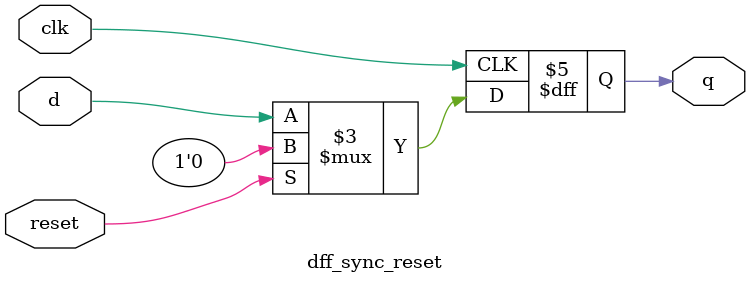
<source format=v>
`timescale 1ns / 1ps


module dff_sync_reset(
    input clk,
    input reset,
    input d,
    output reg q
    );
    
    
   always @(posedge clk)
      if (reset) begin
         q <= 1'b0;
      end 
      else begin
         q <= d;
      end
                            
                            
    
    
endmodule

</source>
